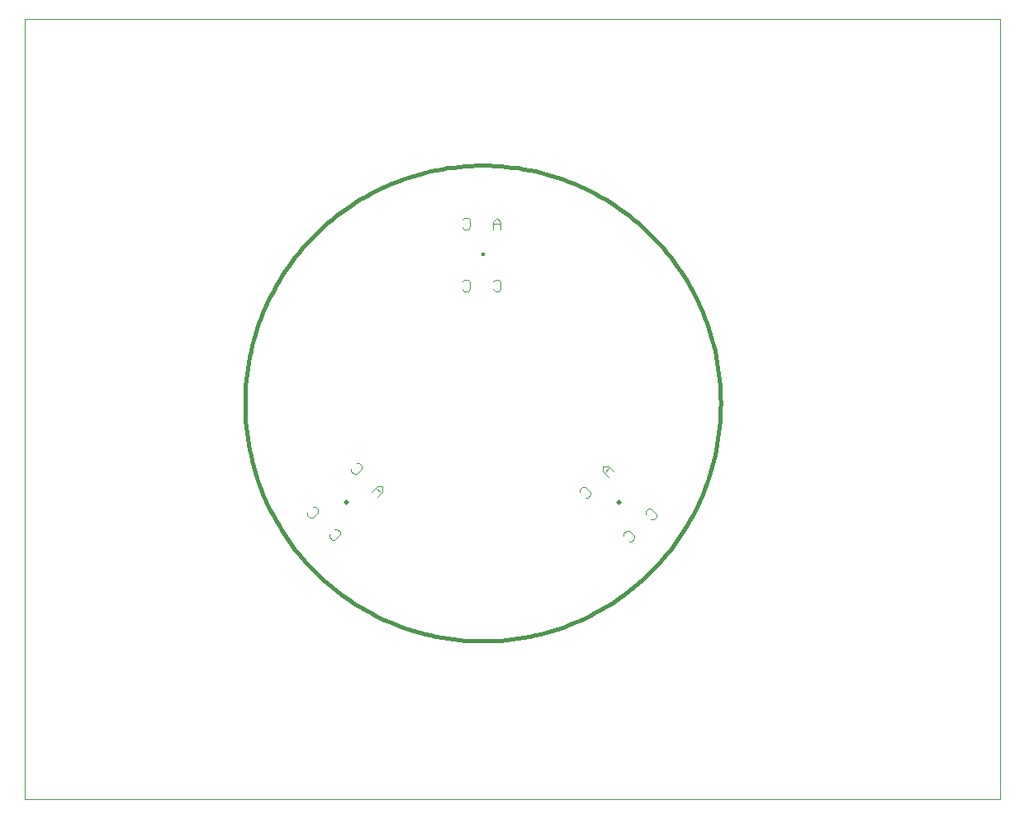
<source format=gbo>
G75*
%MOIN*%
%OFA0B0*%
%FSLAX24Y24*%
%IPPOS*%
%LPD*%
%AMOC8*
5,1,8,0,0,1.08239X$1,22.5*
%
%ADD10C,0.0000*%
%ADD11C,0.0160*%
%ADD12C,0.0040*%
%ADD13R,0.0157X0.0157*%
%ADD14R,0.0157X0.0157*%
D10*
X000100Y000100D02*
X000100Y031596D01*
X039470Y031596D01*
X039470Y000100D01*
X000100Y000100D01*
D11*
X009000Y016100D02*
X009003Y016336D01*
X009012Y016571D01*
X009026Y016806D01*
X009046Y017041D01*
X009072Y017275D01*
X009104Y017509D01*
X009141Y017741D01*
X009184Y017973D01*
X009233Y018203D01*
X009288Y018433D01*
X009348Y018660D01*
X009413Y018887D01*
X009485Y019111D01*
X009561Y019334D01*
X009643Y019555D01*
X009731Y019774D01*
X009824Y019990D01*
X009922Y020205D01*
X010025Y020416D01*
X010134Y020625D01*
X010247Y020832D01*
X010366Y021035D01*
X010489Y021236D01*
X010618Y021433D01*
X010751Y021628D01*
X010889Y021819D01*
X011032Y022006D01*
X011179Y022190D01*
X011331Y022370D01*
X011487Y022547D01*
X011647Y022720D01*
X011812Y022888D01*
X011980Y023053D01*
X012153Y023213D01*
X012330Y023369D01*
X012510Y023521D01*
X012694Y023668D01*
X012881Y023811D01*
X013072Y023949D01*
X013267Y024082D01*
X013464Y024211D01*
X013665Y024334D01*
X013868Y024453D01*
X014075Y024566D01*
X014284Y024675D01*
X014495Y024778D01*
X014710Y024876D01*
X014926Y024969D01*
X015145Y025057D01*
X015366Y025139D01*
X015589Y025215D01*
X015813Y025287D01*
X016040Y025352D01*
X016267Y025412D01*
X016497Y025467D01*
X016727Y025516D01*
X016959Y025559D01*
X017191Y025596D01*
X017425Y025628D01*
X017659Y025654D01*
X017894Y025674D01*
X018129Y025688D01*
X018364Y025697D01*
X018600Y025700D01*
X018836Y025697D01*
X019071Y025688D01*
X019306Y025674D01*
X019541Y025654D01*
X019775Y025628D01*
X020009Y025596D01*
X020241Y025559D01*
X020473Y025516D01*
X020703Y025467D01*
X020933Y025412D01*
X021160Y025352D01*
X021387Y025287D01*
X021611Y025215D01*
X021834Y025139D01*
X022055Y025057D01*
X022274Y024969D01*
X022490Y024876D01*
X022705Y024778D01*
X022916Y024675D01*
X023125Y024566D01*
X023332Y024453D01*
X023535Y024334D01*
X023736Y024211D01*
X023933Y024082D01*
X024128Y023949D01*
X024319Y023811D01*
X024506Y023668D01*
X024690Y023521D01*
X024870Y023369D01*
X025047Y023213D01*
X025220Y023053D01*
X025388Y022888D01*
X025553Y022720D01*
X025713Y022547D01*
X025869Y022370D01*
X026021Y022190D01*
X026168Y022006D01*
X026311Y021819D01*
X026449Y021628D01*
X026582Y021433D01*
X026711Y021236D01*
X026834Y021035D01*
X026953Y020832D01*
X027066Y020625D01*
X027175Y020416D01*
X027278Y020205D01*
X027376Y019990D01*
X027469Y019774D01*
X027557Y019555D01*
X027639Y019334D01*
X027715Y019111D01*
X027787Y018887D01*
X027852Y018660D01*
X027912Y018433D01*
X027967Y018203D01*
X028016Y017973D01*
X028059Y017741D01*
X028096Y017509D01*
X028128Y017275D01*
X028154Y017041D01*
X028174Y016806D01*
X028188Y016571D01*
X028197Y016336D01*
X028200Y016100D01*
X028197Y015864D01*
X028188Y015629D01*
X028174Y015394D01*
X028154Y015159D01*
X028128Y014925D01*
X028096Y014691D01*
X028059Y014459D01*
X028016Y014227D01*
X027967Y013997D01*
X027912Y013767D01*
X027852Y013540D01*
X027787Y013313D01*
X027715Y013089D01*
X027639Y012866D01*
X027557Y012645D01*
X027469Y012426D01*
X027376Y012210D01*
X027278Y011995D01*
X027175Y011784D01*
X027066Y011575D01*
X026953Y011368D01*
X026834Y011165D01*
X026711Y010964D01*
X026582Y010767D01*
X026449Y010572D01*
X026311Y010381D01*
X026168Y010194D01*
X026021Y010010D01*
X025869Y009830D01*
X025713Y009653D01*
X025553Y009480D01*
X025388Y009312D01*
X025220Y009147D01*
X025047Y008987D01*
X024870Y008831D01*
X024690Y008679D01*
X024506Y008532D01*
X024319Y008389D01*
X024128Y008251D01*
X023933Y008118D01*
X023736Y007989D01*
X023535Y007866D01*
X023332Y007747D01*
X023125Y007634D01*
X022916Y007525D01*
X022705Y007422D01*
X022490Y007324D01*
X022274Y007231D01*
X022055Y007143D01*
X021834Y007061D01*
X021611Y006985D01*
X021387Y006913D01*
X021160Y006848D01*
X020933Y006788D01*
X020703Y006733D01*
X020473Y006684D01*
X020241Y006641D01*
X020009Y006604D01*
X019775Y006572D01*
X019541Y006546D01*
X019306Y006526D01*
X019071Y006512D01*
X018836Y006503D01*
X018600Y006500D01*
X018364Y006503D01*
X018129Y006512D01*
X017894Y006526D01*
X017659Y006546D01*
X017425Y006572D01*
X017191Y006604D01*
X016959Y006641D01*
X016727Y006684D01*
X016497Y006733D01*
X016267Y006788D01*
X016040Y006848D01*
X015813Y006913D01*
X015589Y006985D01*
X015366Y007061D01*
X015145Y007143D01*
X014926Y007231D01*
X014710Y007324D01*
X014495Y007422D01*
X014284Y007525D01*
X014075Y007634D01*
X013868Y007747D01*
X013665Y007866D01*
X013464Y007989D01*
X013267Y008118D01*
X013072Y008251D01*
X012881Y008389D01*
X012694Y008532D01*
X012510Y008679D01*
X012330Y008831D01*
X012153Y008987D01*
X011980Y009147D01*
X011812Y009312D01*
X011647Y009480D01*
X011487Y009653D01*
X011331Y009830D01*
X011179Y010010D01*
X011032Y010194D01*
X010889Y010381D01*
X010751Y010572D01*
X010618Y010767D01*
X010489Y010964D01*
X010366Y011165D01*
X010247Y011368D01*
X010134Y011575D01*
X010025Y011784D01*
X009922Y011995D01*
X009824Y012210D01*
X009731Y012426D01*
X009643Y012645D01*
X009561Y012866D01*
X009485Y013089D01*
X009413Y013313D01*
X009348Y013540D01*
X009288Y013767D01*
X009233Y013997D01*
X009184Y014227D01*
X009141Y014459D01*
X009104Y014691D01*
X009072Y014925D01*
X009046Y015159D01*
X009026Y015394D01*
X009012Y015629D01*
X009003Y015864D01*
X009000Y016100D01*
D12*
X013291Y013460D02*
X013291Y013352D01*
X013399Y013243D01*
X013508Y013243D01*
X013725Y013460D01*
X013725Y013569D01*
X013616Y013677D01*
X013508Y013677D01*
X014337Y012739D02*
X014120Y012522D01*
X014283Y012685D02*
X014500Y012468D01*
X014554Y012522D02*
X014554Y012739D01*
X014337Y012739D01*
X014554Y012522D02*
X014337Y012305D01*
X012841Y010917D02*
X012841Y010809D01*
X012624Y010592D01*
X012515Y010592D01*
X012407Y010700D01*
X012407Y010809D01*
X012624Y011026D02*
X012732Y011026D01*
X012841Y010917D01*
X011957Y011692D02*
X011740Y011475D01*
X011632Y011475D01*
X011523Y011584D01*
X011523Y011692D01*
X011740Y011909D02*
X011849Y011909D01*
X011957Y011801D01*
X011957Y011692D01*
X022523Y012508D02*
X022523Y012616D01*
X022631Y012725D01*
X022740Y012725D01*
X022957Y012508D01*
X022957Y012399D01*
X022848Y012291D01*
X022740Y012291D01*
X023678Y013120D02*
X023461Y013337D01*
X023461Y013554D01*
X023678Y013554D01*
X023895Y013337D01*
X023732Y013500D02*
X023515Y013283D01*
X025174Y011732D02*
X025283Y011841D01*
X025391Y011841D01*
X025608Y011624D01*
X025608Y011515D01*
X025500Y011407D01*
X025391Y011407D01*
X025174Y011624D02*
X025174Y011732D01*
X024508Y010957D02*
X024725Y010740D01*
X024725Y010632D01*
X024616Y010523D01*
X024508Y010523D01*
X024291Y010740D02*
X024291Y010849D01*
X024399Y010957D01*
X024508Y010957D01*
X019253Y020620D02*
X019100Y020620D01*
X019023Y020697D01*
X019253Y020620D02*
X019330Y020697D01*
X019330Y021004D01*
X019253Y021080D01*
X019100Y021080D01*
X019023Y021004D01*
X018080Y021004D02*
X018080Y020697D01*
X018003Y020620D01*
X017850Y020620D01*
X017773Y020697D01*
X017773Y021004D02*
X017850Y021080D01*
X018003Y021080D01*
X018080Y021004D01*
X018003Y023120D02*
X017850Y023120D01*
X017773Y023197D01*
X018003Y023120D02*
X018080Y023197D01*
X018080Y023504D01*
X018003Y023580D01*
X017850Y023580D01*
X017773Y023504D01*
X019023Y023427D02*
X019023Y023120D01*
X019023Y023350D02*
X019330Y023350D01*
X019330Y023427D02*
X019177Y023580D01*
X019023Y023427D01*
X019330Y023427D02*
X019330Y023120D01*
D13*
X018600Y022100D03*
D14*
G36*
X013100Y012210D02*
X013210Y012100D01*
X013100Y011990D01*
X012990Y012100D01*
X013100Y012210D01*
G37*
G36*
X023990Y012100D02*
X024100Y012210D01*
X024210Y012100D01*
X024100Y011990D01*
X023990Y012100D01*
G37*
M02*

</source>
